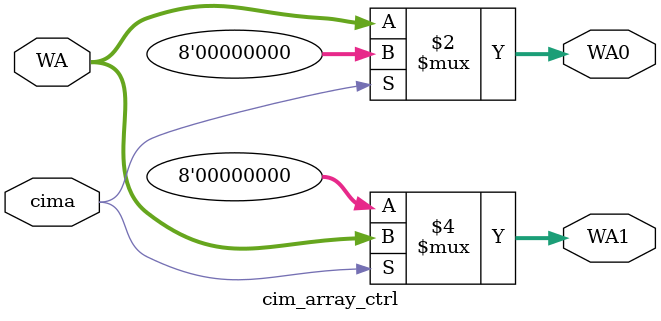
<source format=v>

/*module cim_array_ctrl (
    input                   cima, // 片选信号, 用于选择两个cim_bank中的一个 
    input      [23:0]       D,    // 输入的数据
    input      [7:0]        WA,   // 输入的地址
    output     [23:0]       D1,   // 输出给cim_array的数据
    output     [7:0]        WA0,  // 输出给bank0的地址
    output     [7:0]        WA1   // 输出给bank1的地址
);

    // 将D直接传递给D1 
    assign D1 = D;

    // 根据cima信号, 将输入的WA路由到WA0或WA1 
    assign WA0 = cima ? 8'b0 : WA;
    assign WA1 = cima ? WA : 8'b0;

endmodule*/


// cim_array_ctrl.v: CIM 存储阵列的控制器
module cim_array_ctrl(
    input cima,
    input [7:0] WA,
    output [7:0] WA0,
    output [7:0] WA1
);
    assign WA0 = (cima == 1'b0) ? WA : 8'b0;
    assign WA1 = (cima == 1'b1) ? WA : 8'b0;
endmodule
</source>
